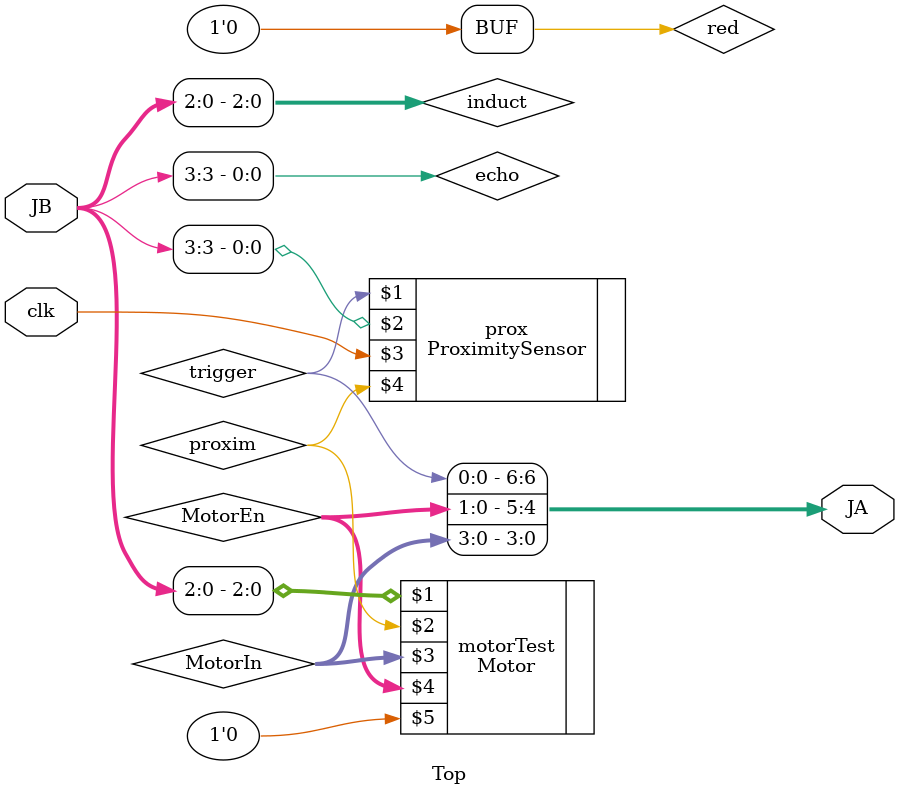
<source format=v>
module Top(output [6:0]JA, input [3:0]JB, input clk); 
            //uncomment for motor
            // sw[2] sw[1] sw[0] =  inductance 3 bit number set to switches for test
            // JA[3] JA[2] JA[1] JA[0] = IN4 IN3 IN2 IN1    
            // JB[1] JB[0] = ENA ENB
            reg red = 0;
            wire proxim;
            wire [2:0]induct;
            wire echo;
            wire trigger;
            wire [3:0]MotorIn;
            wire [1:0]MotorEn;
            assign trigger = JA[6];
            assign echo = JB[3];
            assign induct[2:0] = JB[2:0];
            
            assign MotorIn = JA[3:0];
            assign MotorEn = JA[5:4];
             Motor motorTest(induct, proxim, MotorIn, MotorEn, red);
             ProximitySensor prox(trigger, echo, clk, proxim);
            
            
            
            
endmodule
</source>
